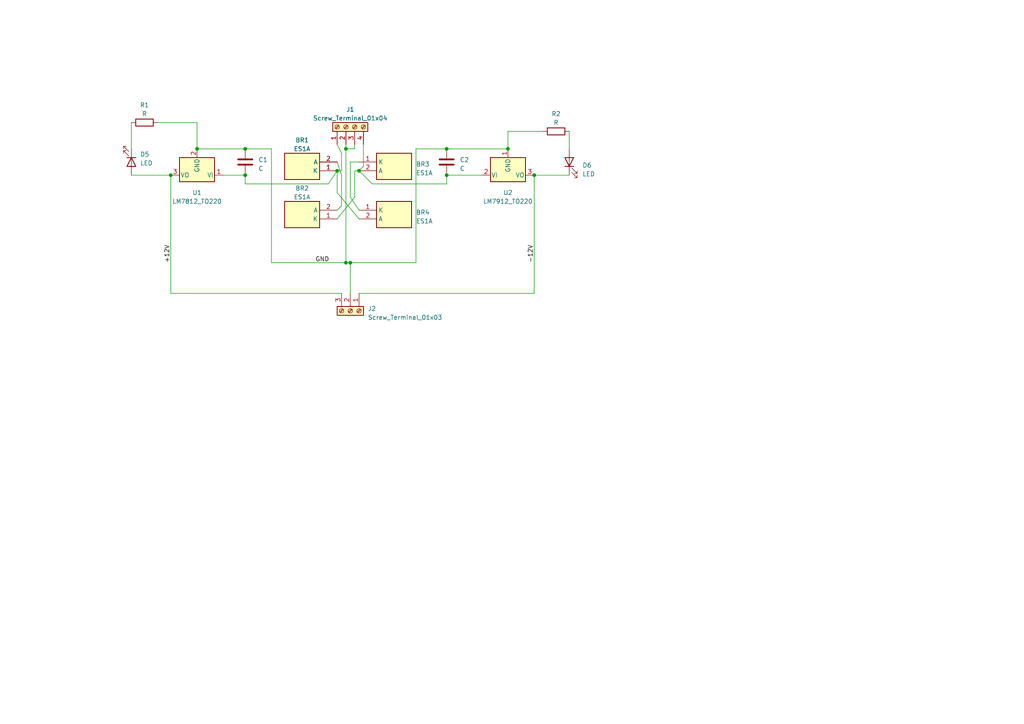
<source format=kicad_sch>
(kicad_sch (version 20230121) (generator eeschema)
  (paper "A4")
  (lib_symbols
    (symbol "Connector:Screw_Terminal_01x03" (pin_names (offset 1.016) hide)
      (property "Reference" "J" (at 0 5.08 0))
      (property "Value" "Screw_Terminal_01x03" (at 0 -5.08 0))
      (symbol "Screw_Terminal_01x03_1_1"
        (rectangle (start -1.27 3.81) (end 1.27 -3.81) (stroke (width 0.254)) (fill (type background)))
        (circle (center 0 -2.54) (radius 0.635) (stroke (width 0.1524)))
        (polyline (pts (xy -0.5334 -2.2098) (xy 0.3302 -3.048)) (stroke (width 0.1524)))
        (polyline (pts (xy -0.5334 0.3302) (xy 0.3302 -0.508)) (stroke (width 0.1524)))
        (polyline (pts (xy -0.5334 2.8702) (xy 0.3302 2.032)) (stroke (width 0.1524)))
        (polyline (pts (xy -0.3556 -2.032) (xy 0.508 -2.8702)) (stroke (width 0.1524)))
        (polyline (pts (xy -0.3556 0.508) (xy 0.508 -0.3302)) (stroke (width 0.1524)))
        (polyline (pts (xy -0.3556 3.048) (xy 0.508 2.2098)) (stroke (width 0.1524)))
        (circle (center 0 0) (radius 0.635) (stroke (width 0.1524)))
        (circle (center 0 2.54) (radius 0.635) (stroke (width 0.1524)))
        (pin passive line (at -5.08 2.54 0) (length 3.81) (name "Pin_1") (number "1"))
        (pin passive line (at -5.08 0 0) (length 3.81) (name "Pin_2") (number "2"))
        (pin passive line (at -5.08 -2.54 0) (length 3.81) (name "Pin_3") (number "3"))
      )
    )
    (symbol "Connector:Screw_Terminal_01x04" (pin_names (offset 1.016) hide)
      (property "Reference" "J" (at 0 5.08 0))
      (property "Value" "Screw_Terminal_01x04" (at 0 -7.62 0))
      (symbol "Screw_Terminal_01x04_1_1"
        (rectangle (start -1.27 3.81) (end 1.27 -6.35) (stroke (width 0.254)) (fill (type background)))
        (circle (center 0 -5.08) (radius 0.635) (stroke (width 0.1524)))
        (circle (center 0 -2.54) (radius 0.635) (stroke (width 0.1524)))
        (polyline (pts (xy -0.5334 -4.7498) (xy 0.3302 -5.588)) (stroke (width 0.1524)))
        (polyline (pts (xy -0.5334 -2.2098) (xy 0.3302 -3.048)) (stroke (width 0.1524)))
        (polyline (pts (xy -0.5334 0.3302) (xy 0.3302 -0.508)) (stroke (width 0.1524)))
        (polyline (pts (xy -0.5334 2.8702) (xy 0.3302 2.032)) (stroke (width 0.1524)))
        (polyline (pts (xy -0.3556 -4.572) (xy 0.508 -5.4102)) (stroke (width 0.1524)))
        (polyline (pts (xy -0.3556 -2.032) (xy 0.508 -2.8702)) (stroke (width 0.1524)))
        (polyline (pts (xy -0.3556 0.508) (xy 0.508 -0.3302)) (stroke (width 0.1524)))
        (polyline (pts (xy -0.3556 3.048) (xy 0.508 2.2098)) (stroke (width 0.1524)))
        (circle (center 0 0) (radius 0.635) (stroke (width 0.1524)))
        (circle (center 0 2.54) (radius 0.635) (stroke (width 0.1524)))
        (pin passive line (at -5.08 2.54 0) (length 3.81) (name "Pin_1") (number "1"))
        (pin passive line (at -5.08 0 0) (length 3.81) (name "Pin_2") (number "2"))
        (pin passive line (at -5.08 -2.54 0) (length 3.81) (name "Pin_3") (number "3"))
        (pin passive line (at -5.08 -5.08 0) (length 3.81) (name "Pin_4") (number "4"))
      )
    )
    (symbol "Device:C" (pin_numbers hide) (pin_names (offset 0.254))
      (property "Reference" "C" (at 0.635 2.54 0))
      (property "Value" "C" (at 0.635 -2.54 0))
      (symbol "C_0_1"
        (polyline (pts (xy -2.032 -0.762) (xy 2.032 -0.762)) (stroke (width 0.508)))
        (polyline (pts (xy -2.032 0.762) (xy 2.032 0.762)) (stroke (width 0.508)))
      )
      (symbol "C_1_1"
        (pin passive line (at 0 3.81 270) (length 2.794) (name "~") (number "1"))
        (pin passive line (at 0 -3.81 90) (length 2.794) (name "~") (number "2"))
      )
    )
    (symbol "Device:LED" (pin_numbers hide) (pin_names (offset 1.016) hide)
      (property "Reference" "D" (at 0 2.54 0))
      (property "Value" "LED" (at 0 -2.54 0))
      (symbol "LED_0_1"
        (polyline (pts (xy -1.27 -1.27) (xy -1.27 1.27)) (stroke (width 0.254)))
        (polyline (pts (xy -1.27 0) (xy 1.27 0)))
        (polyline (pts (xy 1.27 -1.27) (xy 1.27 1.27) (xy -1.27 0) (xy 1.27 -1.27)) (stroke (width 0.254)))
        (polyline (pts (xy -3.048 -0.762) (xy -4.572 -2.286) (xy -3.81 -2.286) (xy -4.572 -2.286) (xy -4.572 -1.524)))
        (polyline (pts (xy -1.778 -0.762) (xy -3.302 -2.286) (xy -2.54 -2.286) (xy -3.302 -2.286) (xy -3.302 -1.524)))
      )
      (symbol "LED_1_1"
        (pin passive line (at -3.81 0 0) (length 2.54) (name "K") (number "1"))
        (pin passive line (at 3.81 0 180) (length 2.54) (name "A") (number "2"))
      )
    )
    (symbol "Device:R" (pin_numbers hide) (pin_names (offset 0))
      (property "Reference" "R" (at 2.032 0 90))
      (property "Value" "R" (at 0 0 90))
      (symbol "R_0_1"
        (rectangle (start -1.016 -2.54) (end 1.016 2.54) (stroke (width 0.254)))
      )
      (symbol "R_1_1"
        (pin passive line (at 0 3.81 270) (length 1.27) (name "~") (number "1"))
        (pin passive line (at 0 -3.81 90) (length 1.27) (name "~") (number "2"))
      )
    )
    (symbol "Diodes:ES1A"
      (property "Reference" "BR" (at 16.51 7.62 0))
      (property "Value" "ES1A" (at 16.51 5.08 0))
      (symbol "ES1A_1_1"
        (rectangle (start 5.08 2.54) (end 15.24 -5.08) (stroke (width 0.254)) (fill (type background)))
        (pin passive line (at 0 0 0) (length 5.08) (name "K") (number "1"))
        (pin passive line (at 0 -2.54 0) (length 5.08) (name "A") (number "2"))
      )
    )
    (symbol "Regulator_Linear:LM7812_TO220" (pin_names (offset 0.254))
      (property "Reference" "U" (at -3.81 3.175 0))
      (property "Value" "LM7812_TO220" (at 0 3.175 0))
      (symbol "LM7812_TO220_0_1"
        (rectangle (start -5.08 1.905) (end 5.08 -5.08) (stroke (width 0.254)) (fill (type background)))
      )
      (symbol "LM7812_TO220_1_1"
        (pin power_in line (at -7.62 0 0) (length 2.54) (name "VI") (number "1"))
        (pin power_in line (at 0 -7.62 90) (length 2.54) (name "GND") (number "2"))
        (pin power_out line (at 7.62 0 180) (length 2.54) (name "VO") (number "3"))
      )
    )
    (symbol "Regulator_Linear:LM7912_TO220" (pin_names (offset 0.254))
      (property "Reference" "U" (at -3.81 -3.175 0))
      (property "Value" "LM7912_TO220" (at 0 -3.175 0))
      (symbol "LM7912_TO220_0_1"
        (rectangle (start -5.08 5.08) (end 5.08 -1.905) (stroke (width 0.254)) (fill (type background)))
      )
      (symbol "LM7912_TO220_1_1"
        (pin power_in line (at 0 7.62 270) (length 2.54) (name "GND") (number "1"))
        (pin power_in line (at -7.62 0 0) (length 2.54) (name "VI") (number "2"))
        (pin power_out line (at 7.62 0 180) (length 2.54) (name "VO") (number "3"))
      )
    )
  )
  (junction (at 147.32 43.18))
  (junction (at 129.54 43.18))
  (junction (at 100.33 76.2))
  (junction (at 100.33 43.18))
  (junction (at 154.94 50.8))
  (junction (at 129.54 50.8))
  (junction (at 104.14 49.53))
  (junction (at 97.79 49.53))
  (junction (at 57.15 43.18))
  (junction (at 49.53 50.8))
  (junction (at 71.12 43.18))
  (junction (at 71.12 50.8))
  (junction (at 101.6 76.2))
  (wire (pts (xy 101.6 85.09) (xy 101.6 76.2)))
  (wire (pts (xy 57.15 35.56) (xy 57.15 43.18)))
  (wire (pts (xy 49.53 50.8) (xy 49.53 85.09)))
  (wire (pts (xy 102.87 49.53) (xy 104.14 49.53)))
  (wire (pts (xy 129.54 53.34) (xy 129.54 50.8)))
  (wire (pts (xy 100.33 43.18) (xy 100.33 76.2)))
  (wire (pts (xy 99.06 44.45) (xy 99.06 49.53)))
  (wire (pts (xy 104.14 63.5) (xy 97.79 55.88)))
  (wire (pts (xy 78.74 76.2) (xy 100.33 76.2)))
  (wire (pts (xy 129.54 50.8) (xy 139.7 50.8)))
  (wire (pts (xy 95.25 53.34) (xy 97.79 49.53)))
  (wire (pts (xy 101.6 46.99) (xy 101.6 57.15)))
  (wire (pts (xy 100.33 41.91) (xy 100.33 43.18)))
  (wire (pts (xy 105.41 48.26) (xy 104.14 49.53)))
  (wire (pts (xy 97.79 63.5) (xy 102.87 57.15)))
  (wire (pts (xy 101.6 57.15) (xy 104.14 60.96)))
  (wire (pts (xy 129.54 43.18) (xy 120.65 43.18)))
  (wire (pts (xy 45.72 35.56) (xy 57.15 35.56)))
  (wire (pts (xy 97.79 46.99) (xy 99.06 50.8)))
  (wire (pts (xy 99.06 50.8) (xy 99.06 59.69)))
  (wire (pts (xy 71.12 43.18) (xy 78.74 43.18)))
  (wire (pts (xy 165.1 50.8) (xy 154.94 50.8)))
  (wire (pts (xy 147.32 38.1) (xy 147.32 43.18)))
  (wire (pts (xy 71.12 50.8) (xy 64.77 50.8)))
  (wire (pts (xy 157.48 38.1) (xy 147.32 38.1)))
  (wire (pts (xy 104.14 46.99) (xy 101.6 46.99)))
  (wire (pts (xy 100.33 76.2) (xy 101.6 76.2)))
  (wire (pts (xy 57.15 43.18) (xy 71.12 43.18)))
  (wire (pts (xy 71.12 50.8) (xy 71.12 53.34)))
  (wire (pts (xy 104.14 49.53) (xy 107.95 53.34)))
  (wire (pts (xy 107.95 53.34) (xy 129.54 53.34)))
  (wire (pts (xy 38.1 43.18) (xy 38.1 35.56)))
  (wire (pts (xy 101.6 76.2) (xy 120.65 76.2)))
  (wire (pts (xy 97.79 41.91) (xy 99.06 44.45)))
  (wire (pts (xy 38.1 50.8) (xy 49.53 50.8)))
  (wire (pts (xy 102.87 57.15) (xy 102.87 49.53)))
  (wire (pts (xy 154.94 85.09) (xy 154.94 50.8)))
  (wire (pts (xy 104.14 85.09) (xy 154.94 85.09)))
  (wire (pts (xy 49.53 85.09) (xy 99.06 85.09)))
  (wire (pts (xy 165.1 43.18) (xy 165.1 38.1)))
  (wire (pts (xy 78.74 43.18) (xy 78.74 76.2)))
  (wire (pts (xy 99.06 49.53) (xy 97.79 49.53)))
  (wire (pts (xy 102.87 41.91) (xy 102.87 43.18)))
  (wire (pts (xy 120.65 43.18) (xy 120.65 76.2)))
  (wire (pts (xy 105.41 41.91) (xy 105.41 48.26)))
  (wire (pts (xy 102.87 43.18) (xy 100.33 43.18)))
  (wire (pts (xy 147.32 43.18) (xy 129.54 43.18)))
  (wire (pts (xy 99.06 59.69) (xy 97.79 60.96)))
  (wire (pts (xy 71.12 53.34) (xy 95.25 53.34)))
  (wire (pts (xy 97.79 55.88) (xy 97.79 49.53)))
  (label "-12V" (at 154.94 76.2 90))
  (label "+12V" (at 49.53 76.2 90))
  (label "GND" (at 91.44 76.2 0))
  (symbol (lib_id "Device:R") (at 161.29 38.1 90) (unit 1)
    (property "Reference" "R2" (at 161.29 33.02 90))
    (property "Value" "R" (at 161.29 35.56 90))
    (property "Footprint" "Resistor_SMD:R_0805_2012Metric" (effects hide))
  )
  (symbol (lib_id "Device:R") (at 41.91 35.56 90) (unit 1)
    (property "Reference" "R1" (at 41.91 30.48 90))
    (property "Value" "R" (at 41.91 33.02 90))
    (property "Footprint" "Resistor_SMD:R_0805_2012Metric" (effects hide))
  )
  (symbol (lib_id "Diodes:ES1A") (at 104.14 46.99 0) (unit 1)
    (property "Reference" "BR3" (at 120.65 47.625 0) (effects (justify left)))
    (property "Value" "ES1A" (at 120.65 50.165 0) (effects (justify left)))
    (property "Footprint" "Diodes:DIOM5126X250N" (effects hide))
    (property "Datasheet" "https://componentsearchengine.com/Datasheets/2/ES1A.pdf" (effects hide))
    (property "Height" "2.5" (effects hide))
    (property "Mouser Part Number" "512-ES1A" (effects hide))
    (property "Mouser Price/Stock" "https://www.mouser.co.uk/ProductDetail/onsemi-Fairchild/ES1A?qs=sEr9WmQGXZb796pZ9rRGnQ%3D%3D" (effects hide))
    (property "Manufacturer_Name" "onsemi" (effects hide))
    (property "Manufacturer_Part_Number" "ES1A" (effects hide))
  )
  (symbol (lib_id "Device:LED") (at 165.1 46.99 90) (unit 1)
    (property "Reference" "D6" (at 168.91 47.9425 90) (effects (justify right)))
    (property "Value" "LED" (at 168.91 50.4825 90) (effects (justify right)))
    (property "Footprint" "LED_SMD:LED_0805_2012Metric" (effects hide))
  )
  (symbol (lib_id "Device:C") (at 129.54 46.99 180) (unit 1)
    (property "Reference" "C2" (at 133.35 46.355 0) (effects (justify right)))
    (property "Value" "C" (at 133.35 48.895 0) (effects (justify right)))
    (property "Footprint" "Capacitor_THT:CP_Radial_D18.0mm_P7.50mm" (effects hide))
  )
  (symbol (lib_id "Device:LED") (at 38.1 46.99 270) (unit 1)
    (property "Reference" "D5" (at 40.64 44.7675 90) (effects (justify left)))
    (property "Value" "LED" (at 40.64 47.3075 90) (effects (justify left)))
    (property "Footprint" "LED_SMD:LED_0805_2012Metric" (effects hide))
  )
  (symbol (lib_id "Regulator_Linear:LM7912_TO220") (at 147.32 50.8 0) (unit 1)
    (property "Reference" "U2" (at 147.32 55.88 0))
    (property "Value" "LM7912_TO220" (at 147.32 58.42 0))
    (property "Footprint" "Package_TO_SOT_THT:TO-220-3_Vertical" (effects hide))
    (property "Datasheet" "hhttps://www.onsemi.com/pub/Collateral/MC7900-D.PDF" (effects hide))
  )
  (symbol (lib_id "Connector:Screw_Terminal_01x04") (at 100.33 36.83 90) (unit 1)
    (property "Reference" "J1" (at 101.6 31.75 90))
    (property "Value" "Screw_Terminal_01x04" (at 101.6 34.29 90))
    (property "Footprint" "TerminalBlock_4Ucon:TerminalBlock_4Ucon_1x04_P3.50mm_Horizontal" (effects hide))
  )
  (symbol (lib_id "Diodes:ES1A") (at 97.79 49.53 180) (unit 1)
    (property "Reference" "BR1" (at 87.63 40.64 0))
    (property "Value" "ES1A" (at 87.63 43.18 0))
    (property "Footprint" "Diodes:DIOM5126X250N" (effects hide))
    (property "Datasheet" "https://componentsearchengine.com/Datasheets/2/ES1A.pdf" (effects hide))
    (property "Height" "2.5" (effects hide))
    (property "Mouser Part Number" "512-ES1A" (effects hide))
    (property "Mouser Price/Stock" "https://www.mouser.co.uk/ProductDetail/onsemi-Fairchild/ES1A?qs=sEr9WmQGXZb796pZ9rRGnQ%3D%3D" (effects hide))
    (property "Manufacturer_Name" "onsemi" (effects hide))
    (property "Manufacturer_Part_Number" "ES1A" (effects hide))
  )
  (symbol (lib_id "Diodes:ES1A") (at 97.79 63.5 180) (unit 1)
    (property "Reference" "BR2" (at 87.63 54.61 0))
    (property "Value" "ES1A" (at 87.63 57.15 0))
    (property "Footprint" "Diodes:DIOM5126X250N" (effects hide))
    (property "Datasheet" "https://componentsearchengine.com/Datasheets/2/ES1A.pdf" (effects hide))
    (property "Height" "2.5" (effects hide))
    (property "Mouser Part Number" "512-ES1A" (effects hide))
    (property "Mouser Price/Stock" "https://www.mouser.co.uk/ProductDetail/onsemi-Fairchild/ES1A?qs=sEr9WmQGXZb796pZ9rRGnQ%3D%3D" (effects hide))
    (property "Manufacturer_Name" "onsemi" (effects hide))
    (property "Manufacturer_Part_Number" "ES1A" (effects hide))
  )
  (symbol (lib_id "Device:C") (at 71.12 46.99 0) (unit 1)
    (property "Reference" "C1" (at 74.93 46.355 0) (effects (justify left)))
    (property "Value" "C" (at 74.93 48.895 0) (effects (justify left)))
    (property "Footprint" "Capacitor_THT:CP_Radial_D18.0mm_P7.50mm" (effects hide))
  )
  (symbol (lib_id "Diodes:ES1A") (at 104.14 60.96 0) (unit 1)
    (property "Reference" "BR4" (at 120.65 61.595 0) (effects (justify left)))
    (property "Value" "ES1A" (at 120.65 64.135 0) (effects (justify left)))
    (property "Footprint" "Diodes:DIOM5126X250N" (effects hide))
    (property "Datasheet" "https://componentsearchengine.com/Datasheets/2/ES1A.pdf" (effects hide))
    (property "Height" "2.5" (effects hide))
    (property "Mouser Part Number" "512-ES1A" (effects hide))
    (property "Mouser Price/Stock" "https://www.mouser.co.uk/ProductDetail/onsemi-Fairchild/ES1A?qs=sEr9WmQGXZb796pZ9rRGnQ%3D%3D" (effects hide))
    (property "Manufacturer_Name" "onsemi" (effects hide))
    (property "Manufacturer_Part_Number" "ES1A" (effects hide))
  )
  (symbol (lib_id "Connector:Screw_Terminal_01x03") (at 101.6 90.17 270) (unit 1)
    (property "Reference" "J2" (at 106.68 89.535 90) (effects (justify left)))
    (property "Value" "Screw_Terminal_01x03" (at 106.68 92.075 90) (effects (justify left)))
    (property "Footprint" "TerminalBlock_4Ucon:TerminalBlock_4Ucon_1x03_P3.50mm_Horizontal" (effects hide))
  )
  (symbol (lib_id "Regulator_Linear:LM7812_TO220") (at 57.15 50.8 180) (unit 1)
    (property "Reference" "U1" (at 57.15 55.88 0))
    (property "Value" "LM7812_TO220" (at 57.15 58.42 0))
    (property "Footprint" "Package_TO_SOT_THT:TO-220-3_Vertical" (effects hide))
    (property "Datasheet" "https://www.onsemi.cn/PowerSolutions/document/MC7800-D.PDF" (effects hide))
  )
)
</source>
